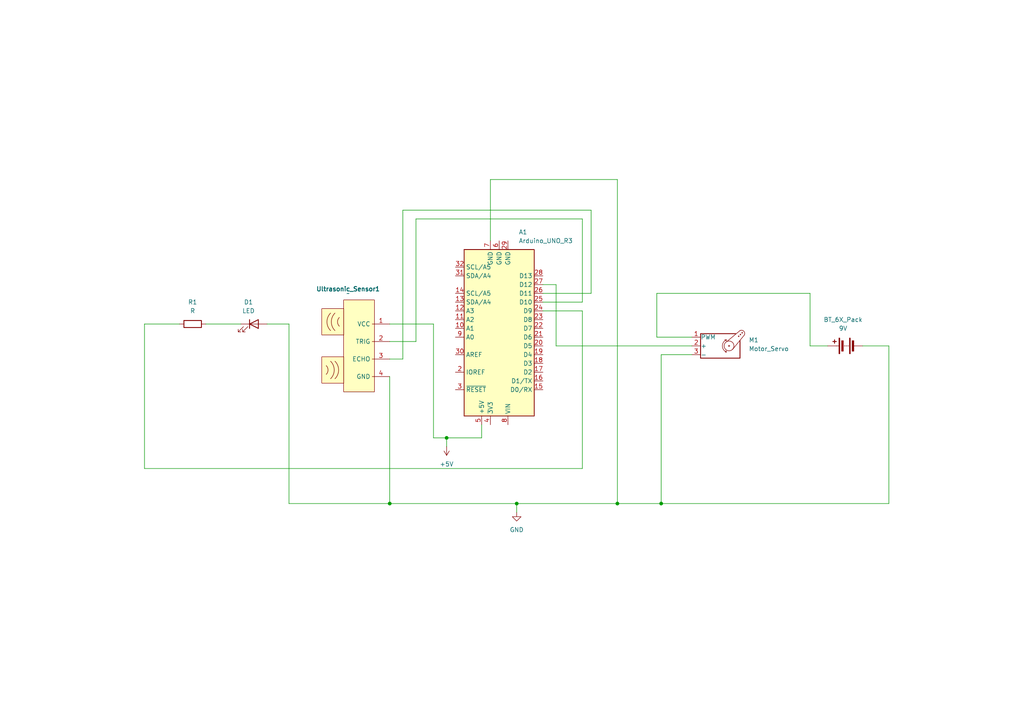
<source format=kicad_sch>
(kicad_sch (version 20250114) (generator "eeschema") (generator_version "9.0")
  (paper "A4")
  (lib_symbols
    (symbol "Device:Battery" (pin_numbers (hide yes)) (pin_names (offset 0) (hide yes))
      (property "Reference" "BT" (at 2.54 2.54 0))
      (property "Value" "Battery" (at 2.54 0 0))
      (symbol "Battery_0_1"
        (rectangle (start -2.286 1.778) (end 2.286 1.524) (fill (type outline)))
        (rectangle (start -2.286 -1.27) (end 2.286 -1.524) (fill (type outline)))
        (rectangle (start -1.524 1.016) (end 1.524 0.508) (fill (type outline)))
        (rectangle (start -1.524 -2.032) (end 1.524 -2.54) (fill (type outline)))
        (polyline (pts (xy 0 1.778) (xy 0 2.54)))
        (polyline (pts (xy 0 0) (xy 0 0.254)))
        (polyline (pts (xy 0 -0.508) (xy 0 -0.254)))
        (polyline (pts (xy 0 -1.016) (xy 0 -0.762)))
        (polyline (pts (xy 0.762 3.048) (xy 1.778 3.048)) (stroke (width 0.254)))
        (polyline (pts (xy 1.27 3.556) (xy 1.27 2.54)) (stroke (width 0.254)))
      )
      (symbol "Battery_1_1"
        (pin passive line (at 0 5.08 270) (length 2.54) (name "+") (number "1"))
        (pin passive line (at 0 -5.08 90) (length 2.54) (name "-") (number "2"))
      )
    )
    (symbol "Device:LED" (pin_numbers (hide yes)) (pin_names (offset 1.016) (hide yes))
      (property "Reference" "D" (at 0 2.54 0))
      (property "Value" "LED" (at 0 -2.54 0))
      (symbol "LED_0_1"
        (polyline (pts (xy -3.048 -0.762) (xy -4.572 -2.286) (xy -3.81 -2.286) (xy -4.572 -2.286) (xy -4.572 -1.524)))
        (polyline (pts (xy -1.778 -0.762) (xy -3.302 -2.286) (xy -2.54 -2.286) (xy -3.302 -2.286) (xy -3.302 -1.524)))
        (polyline (pts (xy -1.27 0) (xy 1.27 0)))
        (polyline (pts (xy -1.27 -1.27) (xy -1.27 1.27)) (stroke (width 0.254)))
        (polyline (pts (xy 1.27 -1.27) (xy 1.27 1.27) (xy -1.27 0) (xy 1.27 -1.27)) (stroke (width 0.254)))
      )
      (symbol "LED_1_1"
        (pin passive line (at -3.81 0 0) (length 2.54) (name "K") (number "1"))
        (pin passive line (at 3.81 0 180) (length 2.54) (name "A") (number "2"))
      )
    )
    (symbol "Device:R" (pin_numbers (hide yes)) (pin_names (offset 0))
      (property "Reference" "R" (at 2.032 0 90))
      (property "Value" "R" (at 0 0 90))
      (symbol "R_0_1"
        (rectangle (start -1.016 -2.54) (end 1.016 2.54) (stroke (width 0.254)))
      )
      (symbol "R_1_1"
        (pin passive line (at 0 3.81 270) (length 1.27) (name "~") (number "1"))
        (pin passive line (at 0 -3.81 90) (length 1.27) (name "~") (number "2"))
      )
    )
    (symbol "MCU_Module:Arduino_UNO_R3"
      (property "Reference" "A" (at -10.16 23.495 0))
      (property "Value" "Arduino_UNO_R3" (at 5.08 -26.67 0))
      (symbol "Arduino_UNO_R3_0_1"
        (rectangle (start -10.16 22.86) (end 10.16 -25.4) (stroke (width 0.254)) (fill (type background)))
      )
      (symbol "Arduino_UNO_R3_1_1"
        (pin bidirectional line (at -12.7 15.24 0) (length 2.54) (name "D0/RX") (number "15"))
        (pin bidirectional line (at -12.7 12.7 0) (length 2.54) (name "D1/TX") (number "16"))
        (pin bidirectional line (at -12.7 10.16 0) (length 2.54) (name "D2") (number "17"))
        (pin bidirectional line (at -12.7 7.62 0) (length 2.54) (name "D3") (number "18"))
        (pin bidirectional line (at -12.7 5.08 0) (length 2.54) (name "D4") (number "19"))
        (pin bidirectional line (at -12.7 2.54 0) (length 2.54) (name "D5") (number "20"))
        (pin bidirectional line (at -12.7 0 0) (length 2.54) (name "D6") (number "21"))
        (pin bidirectional line (at -12.7 -2.54 0) (length 2.54) (name "D7") (number "22"))
        (pin bidirectional line (at -12.7 -5.08 0) (length 2.54) (name "D8") (number "23"))
        (pin bidirectional line (at -12.7 -7.62 0) (length 2.54) (name "D9") (number "24"))
        (pin bidirectional line (at -12.7 -10.16 0) (length 2.54) (name "D10") (number "25"))
        (pin bidirectional line (at -12.7 -12.7 0) (length 2.54) (name "D11") (number "26"))
        (pin bidirectional line (at -12.7 -15.24 0) (length 2.54) (name "D12") (number "27"))
        (pin bidirectional line (at -12.7 -17.78 0) (length 2.54) (name "D13") (number "28"))
        (pin no_connect line (at -10.16 -20.32 0) (length 2.54) (hide yes) (name "NC") (number "1"))
        (pin power_in line (at -2.54 25.4 270) (length 2.54) (name "VIN") (number "8"))
        (pin power_in line (at -2.54 -27.94 90) (length 2.54) (name "GND") (number "29"))
        (pin power_in line (at 0 -27.94 90) (length 2.54) (name "GND") (number "6"))
        (pin power_out line (at 2.54 25.4 270) (length 2.54) (name "3V3") (number "4"))
        (pin power_in line (at 2.54 -27.94 90) (length 2.54) (name "GND") (number "7"))
        (pin power_out line (at 5.08 25.4 270) (length 2.54) (name "+5V") (number "5"))
        (pin input line (at 12.7 15.24 180) (length 2.54) (name "~{RESET}") (number "3"))
        (pin output line (at 12.7 10.16 180) (length 2.54) (name "IOREF") (number "2"))
        (pin input line (at 12.7 5.08 180) (length 2.54) (name "AREF") (number "30"))
        (pin bidirectional line (at 12.7 0 180) (length 2.54) (name "A0") (number "9"))
        (pin bidirectional line (at 12.7 -2.54 180) (length 2.54) (name "A1") (number "10"))
        (pin bidirectional line (at 12.7 -5.08 180) (length 2.54) (name "A2") (number "11"))
        (pin bidirectional line (at 12.7 -7.62 180) (length 2.54) (name "A3") (number "12"))
        (pin bidirectional line (at 12.7 -10.16 180) (length 2.54) (name "SDA/A4") (number "13"))
        (pin bidirectional line (at 12.7 -12.7 180) (length 2.54) (name "SCL/A5") (number "14"))
        (pin bidirectional line (at 12.7 -17.78 180) (length 2.54) (name "SDA/A4") (number "31"))
        (pin bidirectional line (at 12.7 -20.32 180) (length 2.54) (name "SCL/A5") (number "32"))
      )
    )
    (symbol "Motor:Motor_Servo" (pin_names (offset 0.0254))
      (property "Reference" "M" (at -5.08 4.445 0))
      (property "Value" "Motor_Servo" (at -5.08 -4.064 0))
      (symbol "Motor_Servo_0_1"
        (polyline (pts (xy 2.413 1.778) (xy 1.905 1.778)))
        (polyline (pts (xy 2.413 1.778) (xy 2.286 1.397)))
        (polyline (pts (xy 2.413 -1.778) (xy 2.032 -1.778)))
        (polyline (pts (xy 2.413 -1.778) (xy 2.286 -1.397)))
        (arc (start 2.413 -1.778) (mid 1.2406 0) (end 2.413 1.778))
        (circle (center 3.175 0) (radius 0.1778))
        (circle (center 3.175 0) (radius 1.4224))
        (polyline (pts (xy 5.08 3.556) (xy -5.08 3.556) (xy -5.08 -3.556) (xy 6.35 -3.556) (xy 6.35 1.524)) (stroke (width 0.254)))
        (circle (center 5.969 2.794) (radius 0.127))
        (polyline (pts (xy 6.35 4.445) (xy 2.54 1.27)))
        (circle (center 6.477 3.302) (radius 0.127))
        (arc (start 6.35 4.445) (mid 7.4487 4.2737) (end 7.62 3.175))
        (circle (center 6.985 3.81) (radius 0.127))
        (polyline (pts (xy 7.62 3.175) (xy 4.191 -1.016)))
      )
      (symbol "Motor_Servo_1_1"
        (pin passive line (at -7.62 2.54 0) (length 2.54) (name "PWM") (number "1"))
        (pin passive line (at -7.62 0 0) (length 2.54) (name "+") (number "2"))
        (pin passive line (at -7.62 -2.54 0) (length 2.54) (name "-") (number "3"))
      )
    )
    (symbol "Sensor_Library:HC-SR04"
      (property "Reference" "Ultrasonic_Sensor" (at -9.906 -7.112 90))
      (symbol "HC-SR04_0_1"
        (arc (start -4.445 -12.065) (mid -3.3929 -14.605) (end -4.445 -17.145))
        (arc (start -5.715 -13.335) (mid -5.1889 -14.605) (end -5.715 -15.875))
        (arc (start -3.175 -12.065) (mid -2.1229 -14.605) (end -3.175 -17.145))
        (arc (start -4.445 -3.175) (mid -5.4971 -0.635) (end -4.445 1.905))
        (arc (start -1.905 -1.905) (mid -2.4311 -0.635) (end -1.905 0.635))
        (arc (start -3.175 -3.175) (mid -4.2271 -0.635) (end -3.175 1.905))
      )
      (symbol "HC-SR04_1_1"
        (rectangle (start -6.985 -4.445) (end -0.635 3.175) (fill (type background)))
        (rectangle (start -6.985 -18.415) (end -0.635 -10.795) (fill (type background)))
        (rectangle (start -0.635 -20.955) (end 8.255 5.715) (fill (type background)))
        (pin power_in line (at 12.7 -1.27 180) (length 5.08) (name "VCC") (number "1"))
        (pin input line (at 12.7 -6.35 180) (length 5.08) (name "TRIG") (number "2"))
        (pin output line (at 12.7 -11.43 180) (length 5.08) (name "ECHO") (number "3"))
        (pin power_in line (at 12.7 -16.51 180) (length 5.08) (name "GND") (number "4"))
      )
    )
    (symbol "power:+5V" (power) (pin_numbers (hide yes)) (pin_names (offset 0) (hide yes))
      (property "Value" "+5V" (at 0 3.556 0))
      (symbol "+5V_0_1"
        (polyline (pts (xy -0.762 1.27) (xy 0 2.54)))
        (polyline (pts (xy 0 2.54) (xy 0.762 1.27)))
        (polyline (pts (xy 0 0) (xy 0 2.54)))
      )
      (symbol "+5V_1_1"
        (pin power_in line (at 0 0 90) (length 0) (name "~") (number "1"))
      )
    )
    (symbol "power:GND" (power) (pin_numbers (hide yes)) (pin_names (offset 0) (hide yes))
      (property "Value" "GND" (at 0 -3.81 0))
      (symbol "GND_0_1"
        (polyline (pts (xy 0 0) (xy 0 -1.27) (xy 1.27 -1.27) (xy 0 -2.54) (xy -1.27 -1.27) (xy 0 -1.27)))
      )
      (symbol "GND_1_1"
        (pin power_in line (at 0 0 270) (length 0) (name "~") (number "1"))
      )
    )
  )
  (junction (at 113.03 146.05))
  (junction (at 129.54 127))
  (junction (at 179.07 146.05))
  (junction (at 191.77 146.05))
  (junction (at 149.86 146.05))
  (wire (pts (xy 149.86 146.05) (xy 179.07 146.05)))
  (wire (pts (xy 190.5 97.79) (xy 190.5 85.09)))
  (wire (pts (xy 200.66 102.87) (xy 191.77 102.87)))
  (wire (pts (xy 157.48 90.17) (xy 168.91 90.17)))
  (wire (pts (xy 149.86 148.59) (xy 149.86 146.05)))
  (wire (pts (xy 157.48 85.09) (xy 171.45 85.09)))
  (wire (pts (xy 179.07 146.05) (xy 191.77 146.05)))
  (wire (pts (xy 113.03 104.14) (xy 116.84 104.14)))
  (wire (pts (xy 52.07 93.98) (xy 41.91 93.98)))
  (wire (pts (xy 161.29 100.33) (xy 161.29 82.55)))
  (wire (pts (xy 191.77 146.05) (xy 257.81 146.05)))
  (wire (pts (xy 120.65 99.06) (xy 120.65 63.5)))
  (wire (pts (xy 116.84 104.14) (xy 116.84 60.96)))
  (wire (pts (xy 113.03 99.06) (xy 120.65 99.06)))
  (wire (pts (xy 168.91 63.5) (xy 168.91 87.63)))
  (wire (pts (xy 200.66 100.33) (xy 161.29 100.33)))
  (wire (pts (xy 116.84 60.96) (xy 171.45 60.96)))
  (wire (pts (xy 200.66 97.79) (xy 190.5 97.79)))
  (wire (pts (xy 113.03 93.98) (xy 125.73 93.98)))
  (wire (pts (xy 125.73 127) (xy 129.54 127)))
  (wire (pts (xy 234.95 100.33) (xy 240.03 100.33)))
  (wire (pts (xy 59.69 93.98) (xy 69.85 93.98)))
  (wire (pts (xy 113.03 109.22) (xy 113.03 146.05)))
  (wire (pts (xy 125.73 93.98) (xy 125.73 127)))
  (wire (pts (xy 129.54 129.54) (xy 129.54 127)))
  (wire (pts (xy 41.91 135.89) (xy 168.91 135.89)))
  (wire (pts (xy 168.91 87.63) (xy 157.48 87.63)))
  (wire (pts (xy 179.07 52.07) (xy 179.07 146.05)))
  (wire (pts (xy 83.82 93.98) (xy 77.47 93.98)))
  (wire (pts (xy 41.91 93.98) (xy 41.91 135.89)))
  (wire (pts (xy 142.24 69.85) (xy 142.24 52.07)))
  (wire (pts (xy 171.45 60.96) (xy 171.45 85.09)))
  (wire (pts (xy 191.77 102.87) (xy 191.77 146.05)))
  (wire (pts (xy 83.82 146.05) (xy 83.82 93.98)))
  (wire (pts (xy 168.91 135.89) (xy 168.91 90.17)))
  (wire (pts (xy 129.54 127) (xy 139.7 127)))
  (wire (pts (xy 139.7 127) (xy 139.7 123.19)))
  (wire (pts (xy 83.82 146.05) (xy 113.03 146.05)))
  (wire (pts (xy 113.03 146.05) (xy 149.86 146.05)))
  (wire (pts (xy 257.81 100.33) (xy 257.81 146.05)))
  (wire (pts (xy 120.65 63.5) (xy 168.91 63.5)))
  (wire (pts (xy 161.29 82.55) (xy 157.48 82.55)))
  (wire (pts (xy 250.19 100.33) (xy 257.81 100.33)))
  (wire (pts (xy 190.5 85.09) (xy 234.95 85.09)))
  (wire (pts (xy 234.95 85.09) (xy 234.95 100.33)))
  (wire (pts (xy 142.24 52.07) (xy 179.07 52.07)))
  (symbol (lib_id "Sensor_Library:HC-SR04") (at 100.33 92.71 0) (unit 1)
    (property "Reference" "Ultrasonic_Sensor1" (at 100.965 83.82 0) (effects (font (thickness 0.254) (bold yes))))
    (property "Value" "~" (at 100.965 85.09 0))
  )
  (symbol (lib_id "power:+5V") (at 129.54 129.54 180) (unit 1)
    (property "Reference" "#PWR01" (effects (hide yes)))
    (property "Value" "+5V" (at 129.54 134.62 0))
    (property "Description" "Power symbol creates a global label with name \"+5V\"" (effects (hide yes)))
  )
  (symbol (lib_id "Device:R") (at 55.88 93.98 270) (unit 1)
    (property "Reference" "R1" (at 55.88 87.63 90))
    (property "Value" "R" (at 55.88 90.17 90))
    (property "Description" "Resistor" (effects (hide yes)))
  )
  (symbol (lib_id "Motor:Motor_Servo") (at 208.28 100.33 0) (unit 1)
    (property "Reference" "M1" (at 217.17 98.6268 0) (effects (justify left)))
    (property "Value" "Motor_Servo" (at 217.17 101.1668 0) (effects (justify left)))
    (property "Datasheet" "http://forums.parallax.com/uploads/attachments/46831/74481.png" (effects (hide yes)))
    (property "Description" "Servo Motor (Futaba, HiTec, JR connector)" (effects (hide yes)))
  )
  (symbol (lib_id "MCU_Module:Arduino_UNO_R3") (at 144.78 97.79 180) (unit 1)
    (property "Reference" "A1" (at 150.4381 67.31 0) (effects (justify right)))
    (property "Value" "Arduino_UNO_R3" (at 150.4381 69.85 0) (effects (justify right)))
    (property "Footprint" "Module:Arduino_UNO_R3" (effects (hide yes)))
    (property "Datasheet" "https://www.arduino.cc/en/Main/arduinoBoardUno" (effects (hide yes)))
    (property "Description" "Arduino UNO Microcontroller Module, release 3" (effects (hide yes)))
  )
  (symbol (lib_id "power:GND") (at 149.86 148.59 0) (unit 1)
    (property "Reference" "#PWR02" (effects (hide yes)))
    (property "Value" "GND" (at 149.86 153.67 0))
    (property "Description" "Power symbol creates a global label with name \"GND\" , ground" (effects (hide yes)))
  )
  (symbol (lib_id "Device:Battery") (at 245.11 100.33 90) (unit 1)
    (property "Reference" "BT_6X_Pack" (at 244.5385 92.71 90))
    (property "Value" "9V" (at 244.5385 95.25 90))
    (property "Description" "Multiple-cell battery" (effects (hide yes)))
  )
  (symbol (lib_id "Device:LED") (at 73.66 93.98 0) (unit 1)
    (property "Reference" "D1" (at 72.0725 87.63 0))
    (property "Value" "LED" (at 72.0725 90.17 0))
    (property "Description" "Light emitting diode" (effects (hide yes)))
    (property "Sim.Pins" "1=K 2=A" (effects (hide yes)))
  )
)
</source>
